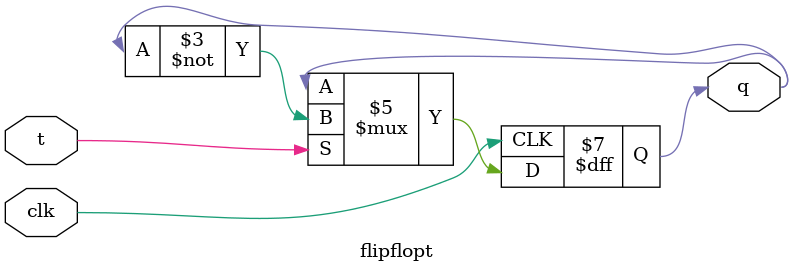
<source format=v>
module divisor_frequencia (
	input clk,
	output qfinal
	);
    
	wire[21:0] q;

	flipflopt ff1(clk, 1'b1, q[0]);
	flipflopt ff2(q[0], 1'b1, q[1]);
	flipflopt ff3(q[1], 1'b1, q[2]);
	flipflopt ff4(q[2], 1'b1, q[3]);
	flipflopt ff5(q[3], 1'b1, q[4]);
	flipflopt ff6(q[4], 1'b1, q[5]);
	flipflopt ff7(q[5], 1'b1, q[6]);
	flipflopt ff8(q[6], 1'b1, q[7]);
	flipflopt ff9(q[7], 1'b1, q[8]);
	flipflopt ff10(q[8], 1'b1, q[9]);
	flipflopt ff11(q[9], 1'b1, q[10]);
	flipflopt ff12(q[10], 1'b1, q[11]);
	flipflopt ff13(q[11], 1'b1, q[12]);
	flipflopt ff14(q[12], 1'b1, q[13]);
	flipflopt ff15(q[13], 1'b1, q[14]);
	flipflopt ff16(q[14], 1'b1, q[15]);
	flipflopt ff17(q[15], 1'b1, q[16]);
	flipflopt ff18(q[16], 1'b1, q[17]);
	flipflopt ff19(q[17], 1'b1, q[18]);
	flipflopt ff20(q[18], 1'b1, q[19]);
	flipflopt ff21(q[19], 1'b1, q[20]);
	flipflopt ff22(q[20], 1'b1, q[21]);
	flipflopt ff23(q[21], 1'b1, qfinal);

    
    
endmodule

module flipflopt(clk,t,q);
	input clk,t;
	output reg q;

	always @ (posedge clk)begin
     	if(t == 0)
          	q <= q;
     	else
          	q = ~q;
	end    	 
endmodule



</source>
